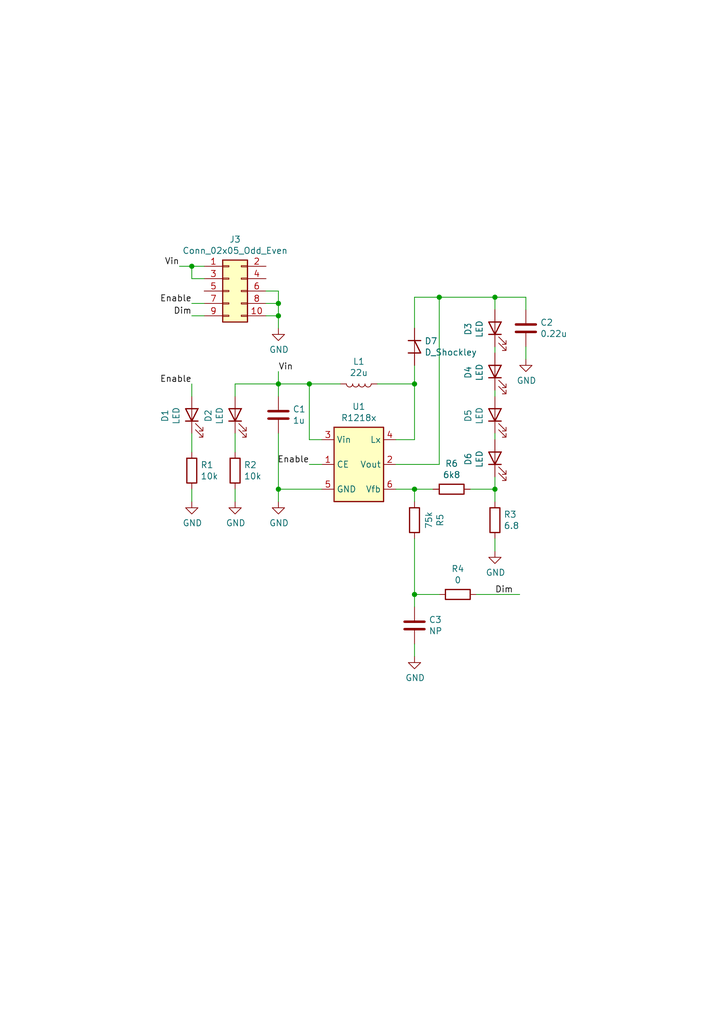
<source format=kicad_sch>
(kicad_sch (version 20211123) (generator eeschema)
  (paper "User" 148.006 210.007)
  (title_block (title "UV12W UVA"))
  (lib_symbols
    (symbol "Connector_Generic:Conn_02x05_Odd_Even" (pin_names (offset 1.016) hide)
      (property "Reference" "J" (at 1.27 7.62 0))
      (property "Value" "Conn_02x05_Odd_Even" (at 1.27 -7.62 0))
      (symbol "Conn_02x05_Odd_Even_1_1"
        (rectangle (start -1.27 -4.953) (end 0 -5.207) (stroke (width 0.1524)))
        (rectangle (start -1.27 -2.413) (end 0 -2.667) (stroke (width 0.1524)))
        (rectangle (start -1.27 0.127) (end 0 -0.127) (stroke (width 0.1524)))
        (rectangle (start -1.27 2.667) (end 0 2.413) (stroke (width 0.1524)))
        (rectangle (start -1.27 5.207) (end 0 4.953) (stroke (width 0.1524)))
        (rectangle (start -1.27 6.35) (end 3.81 -6.35) (stroke (width 0.254)) (fill (type background)))
        (rectangle (start 3.81 -4.953) (end 2.54 -5.207) (stroke (width 0.1524)))
        (rectangle (start 3.81 -2.413) (end 2.54 -2.667) (stroke (width 0.1524)))
        (rectangle (start 3.81 0.127) (end 2.54 -0.127) (stroke (width 0.1524)))
        (rectangle (start 3.81 2.667) (end 2.54 2.413) (stroke (width 0.1524)))
        (rectangle (start 3.81 5.207) (end 2.54 4.953) (stroke (width 0.1524)))
        (pin passive line (at -5.08 5.08 0) (length 3.81) (name "Pin_1") (number "1"))
        (pin passive line (at 7.62 -5.08 180) (length 3.81) (name "Pin_10") (number "10"))
        (pin passive line (at 7.62 5.08 180) (length 3.81) (name "Pin_2") (number "2"))
        (pin passive line (at -5.08 2.54 0) (length 3.81) (name "Pin_3") (number "3"))
        (pin passive line (at 7.62 2.54 180) (length 3.81) (name "Pin_4") (number "4"))
        (pin passive line (at -5.08 0 0) (length 3.81) (name "Pin_5") (number "5"))
        (pin passive line (at 7.62 0 180) (length 3.81) (name "Pin_6") (number "6"))
        (pin passive line (at -5.08 -2.54 0) (length 3.81) (name "Pin_7") (number "7"))
        (pin passive line (at 7.62 -2.54 180) (length 3.81) (name "Pin_8") (number "8"))
        (pin passive line (at -5.08 -5.08 0) (length 3.81) (name "Pin_9") (number "9"))
      )
    )
    (symbol "Device:C" (pin_numbers hide) (pin_names (offset 0.254))
      (property "Reference" "C" (at 0.635 2.54 0))
      (property "Value" "C" (at 0.635 -2.54 0))
      (symbol "C_0_1"
        (polyline (pts (xy -2.032 -0.762) (xy 2.032 -0.762)) (stroke (width 0.508)))
        (polyline (pts (xy -2.032 0.762) (xy 2.032 0.762)) (stroke (width 0.508)))
      )
      (symbol "C_1_1"
        (pin passive line (at 0 3.81 270) (length 2.794) (name "~") (number "1"))
        (pin passive line (at 0 -3.81 90) (length 2.794) (name "~") (number "2"))
      )
    )
    (symbol "Device:D_Shockley" (pin_numbers hide) (pin_names (offset 1.016) hide)
      (property "Reference" "D" (at 0 2.54 0))
      (property "Value" "D_Shockley" (at 0 -2.54 0))
      (symbol "D_Shockley_0_1"
        (polyline (pts (xy -1.27 0) (xy 1.27 0)))
        (polyline (pts (xy -1.27 1.27) (xy -1.27 -1.27)) (stroke (width 0.254)))
        (polyline (pts (xy -1.27 0) (xy 1.27 1.27) (xy 1.27 -1.27)) (stroke (width 0.254)))
      )
      (symbol "D_Shockley_1_1"
        (pin passive line (at -3.81 0 0) (length 2.54) (name "K") (number "1"))
        (pin passive line (at 3.81 0 180) (length 2.54) (name "A") (number "2"))
      )
    )
    (symbol "Device:L" (pin_numbers hide) (pin_names (offset 1.016) hide)
      (property "Reference" "L" (at -1.27 0 90))
      (property "Value" "L" (at 1.905 0 90))
      (symbol "L_0_1"
        (arc (start 0 -2.54) (mid 0.635 -1.905) (end 0 -1.27))
        (arc (start 0 -1.27) (mid 0.635 -0.635) (end 0 0))
        (arc (start 0 0) (mid 0.635 0.635) (end 0 1.27))
        (arc (start 0 1.27) (mid 0.635 1.905) (end 0 2.54))
      )
      (symbol "L_1_1"
        (pin passive line (at 0 3.81 270) (length 1.27) (name "1") (number "1"))
        (pin passive line (at 0 -3.81 90) (length 1.27) (name "2") (number "2"))
      )
    )
    (symbol "Device:LED" (pin_numbers hide) (pin_names (offset 1.016) hide)
      (property "Reference" "D" (at 0 2.54 0))
      (property "Value" "LED" (at 0 -2.54 0))
      (symbol "LED_0_1"
        (polyline (pts (xy -1.27 -1.27) (xy -1.27 1.27)) (stroke (width 0.254)))
        (polyline (pts (xy -1.27 0) (xy 1.27 0)))
        (polyline (pts (xy 1.27 -1.27) (xy 1.27 1.27) (xy -1.27 0) (xy 1.27 -1.27)) (stroke (width 0.254)))
        (polyline (pts (xy -3.048 -0.762) (xy -4.572 -2.286) (xy -3.81 -2.286) (xy -4.572 -2.286) (xy -4.572 -1.524)))
        (polyline (pts (xy -1.778 -0.762) (xy -3.302 -2.286) (xy -2.54 -2.286) (xy -3.302 -2.286) (xy -3.302 -1.524)))
      )
      (symbol "LED_1_1"
        (pin passive line (at -3.81 0 0) (length 2.54) (name "K") (number "1"))
        (pin passive line (at 3.81 0 180) (length 2.54) (name "A") (number "2"))
      )
    )
    (symbol "Device:R" (pin_numbers hide) (pin_names (offset 0))
      (property "Reference" "R" (at 2.032 0 90))
      (property "Value" "R" (at 0 0 90))
      (symbol "R_0_1"
        (rectangle (start -1.016 -2.54) (end 1.016 2.54) (stroke (width 0.254)))
      )
      (symbol "R_1_1"
        (pin passive line (at 0 3.81 270) (length 1.27) (name "~") (number "1"))
        (pin passive line (at 0 -3.81 90) (length 1.27) (name "~") (number "2"))
      )
    )
    (symbol "UVA_12W:R1218x"
      (property "Reference" "U" (at 0 8.89 0))
      (property "Value" "R1218x" (at 0 2.54 0))
      (symbol "R1218x_0_1"
        (rectangle (start 5.08 -7.62) (end -5.08 7.62) (stroke (width 0.254)) (fill (type background)))
      )
      (symbol "R1218x_1_1"
        (pin input line (at -7.62 0 0) (length 2.54) (name "CE") (number "1"))
        (pin power_out line (at 7.62 0 180) (length 2.54) (name "Vout") (number "2"))
        (pin power_in line (at -7.62 5.08 0) (length 2.54) (name "Vin") (number "3"))
        (pin open_collector line (at 7.62 5.08 180) (length 2.54) (name "Lx") (number "4"))
        (pin power_in line (at -7.62 -5.08 0) (length 2.54) (name "GND") (number "5"))
        (pin input line (at 7.62 -5.08 180) (length 2.54) (name "Vfb") (number "6"))
      )
    )
    (symbol "power:GND" (power) (pin_names (offset 0))
      (property "Value" "GND" (at 0 -3.81 0))
      (symbol "GND_0_1"
        (polyline (pts (xy 0 0) (xy 0 -1.27) (xy 1.27 -1.27) (xy 0 -2.54) (xy -1.27 -1.27) (xy 0 -1.27)))
      )
      (symbol "GND_1_1"
        (pin power_in line (at 0 0 270) (length 0) hide (name "GND") (number "1"))
      )
    )
  )
  (junction (at 57.15 100.33))
  (junction (at 63.5 78.74))
  (junction (at 57.15 62.23))
  (junction (at 101.6 60.96))
  (junction (at 85.09 100.33))
  (junction (at 101.6 100.33))
  (junction (at 90.17 60.96))
  (junction (at 85.09 78.74))
  (junction (at 39.37 54.61))
  (junction (at 57.15 78.74))
  (junction (at 85.09 121.92))
  (junction (at 57.15 64.77))
  (wire (pts (xy 101.6 60.96) (xy 101.6 63.5)))
  (wire (pts (xy 48.26 102.87) (xy 48.26 100.33)))
  (wire (pts (xy 54.61 59.69) (xy 57.15 59.69)))
  (wire (pts (xy 88.9 100.33) (xy 85.09 100.33)))
  (wire (pts (xy 48.26 92.71) (xy 48.26 88.9)))
  (wire (pts (xy 66.04 95.25) (xy 63.5 95.25)))
  (wire (pts (xy 90.17 60.96) (xy 90.17 95.25)))
  (wire (pts (xy 85.09 90.17) (xy 85.09 78.74)))
  (wire (pts (xy 57.15 100.33) (xy 57.15 102.87)))
  (wire (pts (xy 85.09 78.74) (xy 77.47 78.74)))
  (wire (pts (xy 57.15 78.74) (xy 57.15 76.2)))
  (wire (pts (xy 101.6 100.33) (xy 101.6 97.79)))
  (wire (pts (xy 81.28 95.25) (xy 90.17 95.25)))
  (wire (pts (xy 57.15 100.33) (xy 66.04 100.33)))
  (wire (pts (xy 39.37 54.61) (xy 39.37 57.15)))
  (wire (pts (xy 63.5 78.74) (xy 57.15 78.74)))
  (wire (pts (xy 85.09 102.87) (xy 85.09 100.33)))
  (wire (pts (xy 57.15 62.23) (xy 57.15 64.77)))
  (wire (pts (xy 85.09 121.92) (xy 85.09 110.49)))
  (wire (pts (xy 90.17 60.96) (xy 101.6 60.96)))
  (wire (pts (xy 39.37 54.61) (xy 36.83 54.61)))
  (wire (pts (xy 85.09 134.62) (xy 85.09 132.08)))
  (wire (pts (xy 107.95 60.96) (xy 107.95 63.5)))
  (wire (pts (xy 57.15 64.77) (xy 57.15 67.31)))
  (wire (pts (xy 85.09 67.31) (xy 85.09 60.96)))
  (wire (pts (xy 107.95 71.12) (xy 107.95 73.66)))
  (wire (pts (xy 48.26 81.28) (xy 48.26 78.74)))
  (wire (pts (xy 97.79 121.92) (xy 106.68 121.92)))
  (wire (pts (xy 48.26 78.74) (xy 57.15 78.74)))
  (wire (pts (xy 39.37 81.28) (xy 39.37 78.74)))
  (wire (pts (xy 57.15 59.69) (xy 57.15 62.23)))
  (wire (pts (xy 57.15 88.9) (xy 57.15 100.33)))
  (wire (pts (xy 54.61 62.23) (xy 57.15 62.23)))
  (wire (pts (xy 101.6 60.96) (xy 107.95 60.96)))
  (wire (pts (xy 57.15 78.74) (xy 57.15 81.28)))
  (wire (pts (xy 101.6 72.39) (xy 101.6 71.12)))
  (wire (pts (xy 101.6 90.17) (xy 101.6 88.9)))
  (wire (pts (xy 85.09 124.46) (xy 85.09 121.92)))
  (wire (pts (xy 101.6 100.33) (xy 96.52 100.33)))
  (wire (pts (xy 85.09 100.33) (xy 81.28 100.33)))
  (wire (pts (xy 63.5 78.74) (xy 69.85 78.74)))
  (wire (pts (xy 85.09 78.74) (xy 85.09 74.93)))
  (wire (pts (xy 101.6 102.87) (xy 101.6 100.33)))
  (wire (pts (xy 101.6 81.28) (xy 101.6 80.01)))
  (wire (pts (xy 54.61 64.77) (xy 57.15 64.77)))
  (wire (pts (xy 39.37 92.71) (xy 39.37 88.9)))
  (wire (pts (xy 63.5 90.17) (xy 63.5 78.74)))
  (wire (pts (xy 66.04 90.17) (xy 63.5 90.17)))
  (wire (pts (xy 90.17 121.92) (xy 85.09 121.92)))
  (wire (pts (xy 81.28 90.17) (xy 85.09 90.17)))
  (wire (pts (xy 39.37 62.23) (xy 41.91 62.23)))
  (wire (pts (xy 39.37 64.77) (xy 41.91 64.77)))
  (wire (pts (xy 85.09 60.96) (xy 90.17 60.96)))
  (wire (pts (xy 41.91 54.61) (xy 39.37 54.61)))
  (wire (pts (xy 39.37 57.15) (xy 41.91 57.15)))
  (wire (pts (xy 39.37 102.87) (xy 39.37 100.33)))
  (wire (pts (xy 101.6 110.49) (xy 101.6 113.03)))
  (label "Vin" (at 36.83 54.61 180))
  (label "Dim" (at 39.37 64.77 180))
  (label "Enable" (at 39.37 78.74 180))
  (label "Enable" (at 39.37 62.23 180))
  (label "Vin" (at 57.15 76.2 0))
  (label "Enable" (at 63.5 95.25 180))
  (label "Dim" (at 101.6 121.92 0))
  (symbol (lib_id "Device:LED") (at 101.6 93.98 90) (unit 1)
    (property "Reference" "D6" (at 96.0882 94.1578 0))
    (property "Value" "LED" (at 98.3996 94.1578 0))
    (property "Footprint" "UVA_12W:SML-LXF3535UVC" (effects hide))
  )
  (symbol (lib_id "Device:LED") (at 101.6 85.09 90) (unit 1)
    (property "Reference" "D5" (at 96.0882 85.2678 0))
    (property "Value" "LED" (at 98.3996 85.2678 0))
    (property "Footprint" "UVA_12W:SML-LXF3535UVC" (effects hide))
  )
  (symbol (lib_id "Device:LED") (at 101.6 76.2 90) (unit 1)
    (property "Reference" "D4" (at 96.0882 76.3778 0))
    (property "Value" "LED" (at 98.3996 76.3778 0))
    (property "Footprint" "UVA_12W:SML-LXF3535UVC" (effects hide))
  )
  (symbol (lib_id "Device:LED") (at 101.6 67.31 90) (unit 1)
    (property "Reference" "D3" (at 96.0882 67.4878 0))
    (property "Value" "LED" (at 98.3996 67.4878 0))
    (property "Footprint" "UVA_12W:SML-LXF3535UVC" (effects hide))
  )
  (symbol (lib_id "UVA_12W:R1218x") (at 73.66 95.25 0) (unit 1)
    (property "Reference" "U1" (at 73.66 83.3882 0))
    (property "Value" "R1218x" (at 73.66 85.6996 0))
    (property "Footprint" "Package_TO_SOT_SMD:SOT-23-6" (effects hide))
  )
  (symbol (lib_id "Device:L") (at 73.66 78.74 270) (unit 1)
    (property "Reference" "L1" (at 73.66 74.1426 90))
    (property "Value" "22u" (at 73.66 76.454 90))
    (property "Footprint" "Inductor_SMD:L_Taiyo-Yuden_NR-30xx_HandSoldering" (effects hide))
  )
  (symbol (lib_id "Device:C") (at 57.15 85.09 0) (unit 1)
    (property "Reference" "C1" (at 60.071 83.9216 0) (effects (justify left)))
    (property "Value" "1u" (at 60.071 86.233 0) (effects (justify left)))
    (property "Footprint" "Capacitor_SMD:C_0603_1608Metric" (effects hide))
  )
  (symbol (lib_id "Device:C") (at 107.95 67.31 0) (unit 1)
    (property "Reference" "C2" (at 110.871 66.1416 0) (effects (justify left)))
    (property "Value" "0.22u" (at 110.871 68.453 0) (effects (justify left)))
    (property "Footprint" "Capacitor_SMD:C_0603_1608Metric" (effects hide))
  )
  (symbol (lib_id "power:GND") (at 57.15 102.87 0) (unit 1)
    (property "Reference" "#PWR0101" (effects hide))
    (property "Value" "GND" (at 57.277 107.2642 0))
  )
  (symbol (lib_id "power:GND") (at 107.95 73.66 0) (unit 1)
    (property "Reference" "#PWR0102" (effects hide))
    (property "Value" "GND" (at 108.077 78.0542 0))
  )
  (symbol (lib_id "Device:R") (at 93.98 121.92 270) (unit 1)
    (property "Reference" "R4" (at 93.98 116.6622 90))
    (property "Value" "0" (at 93.98 118.9736 90))
    (property "Footprint" "Resistor_SMD:R_0603_1608Metric" (effects hide))
  )
  (symbol (lib_id "Device:R") (at 101.6 106.68 180) (unit 1)
    (property "Reference" "R3" (at 103.378 105.5116 0) (effects (justify right)))
    (property "Value" "6.8" (at 103.378 107.823 0) (effects (justify right)))
    (property "Footprint" "Resistor_SMD:R_0603_1608Metric" (effects hide))
  )
  (symbol (lib_id "power:GND") (at 101.6 113.03 0) (unit 1)
    (property "Reference" "#PWR0103" (effects hide))
    (property "Value" "GND" (at 101.727 117.4242 0))
  )
  (symbol (lib_id "Device:LED") (at 48.26 85.09 90) (unit 1)
    (property "Reference" "D2" (at 42.7482 85.2678 0))
    (property "Value" "LED" (at 45.0596 85.2678 0))
    (property "Footprint" "LED_SMD:LED_0805_2012Metric" (effects hide))
  )
  (symbol (lib_id "Device:R") (at 48.26 96.52 180) (unit 1)
    (property "Reference" "R2" (at 50.038 95.3516 0) (effects (justify right)))
    (property "Value" "10k" (at 50.038 97.663 0) (effects (justify right)))
    (property "Footprint" "Resistor_SMD:R_0603_1608Metric" (effects hide))
  )
  (symbol (lib_id "power:GND") (at 48.26 102.87 0) (unit 1)
    (property "Reference" "#PWR0104" (effects hide))
    (property "Value" "GND" (at 48.387 107.2642 0))
  )
  (symbol (lib_id "Device:LED") (at 39.37 85.09 90) (unit 1)
    (property "Reference" "D1" (at 33.8582 85.2678 0))
    (property "Value" "LED" (at 36.1696 85.2678 0))
    (property "Footprint" "LED_SMD:LED_0805_2012Metric" (effects hide))
  )
  (symbol (lib_id "Device:R") (at 39.37 96.52 180) (unit 1)
    (property "Reference" "R1" (at 41.148 95.3516 0) (effects (justify right)))
    (property "Value" "10k" (at 41.148 97.663 0) (effects (justify right)))
    (property "Footprint" "Resistor_SMD:R_0603_1608Metric" (effects hide))
  )
  (symbol (lib_id "power:GND") (at 39.37 102.87 0) (unit 1)
    (property "Reference" "#PWR0105" (effects hide))
    (property "Value" "GND" (at 39.497 107.2642 0))
  )
  (symbol (lib_id "Connector_Generic:Conn_02x05_Odd_Even") (at 46.99 59.69 0) (unit 1)
    (property "Reference" "J3" (at 48.26 49.0982 0))
    (property "Value" "Conn_02x05_Odd_Even" (at 48.26 51.4096 0))
    (property "Footprint" "Connector_PinSocket_2.54mm:PinSocket_2x05_P2.54mm_Vertical_SMD" (effects hide))
  )
  (symbol (lib_id "power:GND") (at 57.15 67.31 0) (unit 1)
    (property "Reference" "#PWR0106" (effects hide))
    (property "Value" "GND" (at 57.277 71.7042 0))
  )
  (symbol (lib_id "Device:D_Shockley") (at 85.09 71.12 270) (unit 1)
    (property "Reference" "D7" (at 87.122 69.9516 90) (effects (justify left)))
    (property "Value" "D_Shockley" (at 87.122 72.263 90) (effects (justify left)))
    (property "Footprint" "Diode_SMD:D_SOD-123F" (effects hide))
  )
  (symbol (lib_id "Device:R") (at 85.09 106.68 180) (unit 1)
    (property "Reference" "R5" (at 90.3478 106.68 90))
    (property "Value" "75k" (at 88.0364 106.68 90))
    (property "Footprint" "Resistor_SMD:R_0603_1608Metric" (effects hide))
  )
  (symbol (lib_id "Device:R") (at 92.71 100.33 270) (unit 1)
    (property "Reference" "R6" (at 92.71 95.0722 90))
    (property "Value" "6k8" (at 92.71 97.3836 90))
    (property "Footprint" "Resistor_SMD:R_0603_1608Metric" (effects hide))
  )
  (symbol (lib_id "Device:C") (at 85.09 128.27 0) (unit 1)
    (property "Reference" "C3" (at 88.011 127.1016 0) (effects (justify left)))
    (property "Value" "NP" (at 88.011 129.413 0) (effects (justify left)))
    (property "Footprint" "Capacitor_SMD:C_0603_1608Metric" (effects hide))
  )
  (symbol (lib_id "power:GND") (at 85.09 134.62 0) (unit 1)
    (property "Reference" "#PWR0107" (effects hide))
    (property "Value" "GND" (at 85.217 139.0142 0))
  )
)
</source>
